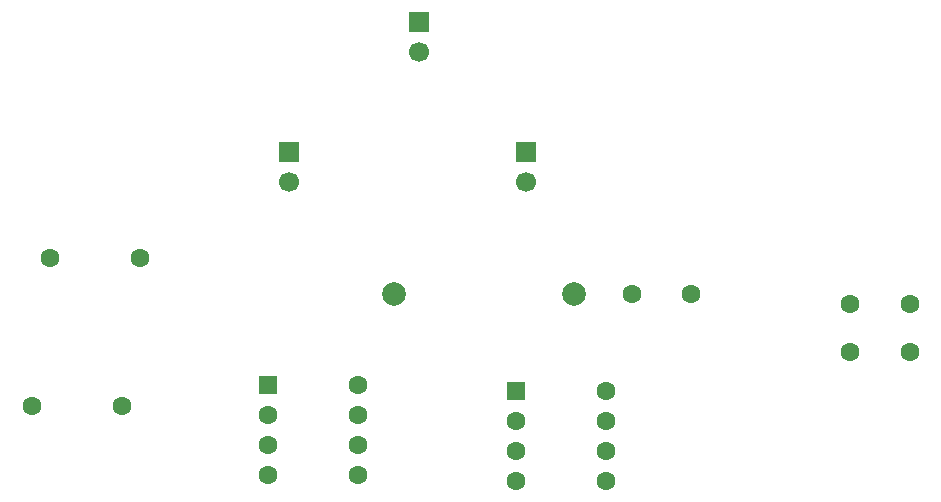
<source format=gbr>
%TF.GenerationSoftware,KiCad,Pcbnew,9.0.3-9.0.3-0~ubuntu24.04.1*%
%TF.CreationDate,2025-12-18T18:23:41+05:30*%
%TF.ProjectId,Class_D_Amp_Discrete,436c6173-735f-4445-9f41-6d705f446973,rev?*%
%TF.SameCoordinates,Original*%
%TF.FileFunction,Soldermask,Bot*%
%TF.FilePolarity,Negative*%
%FSLAX46Y46*%
G04 Gerber Fmt 4.6, Leading zero omitted, Abs format (unit mm)*
G04 Created by KiCad (PCBNEW 9.0.3-9.0.3-0~ubuntu24.04.1) date 2025-12-18 18:23:41*
%MOMM*%
%LPD*%
G01*
G04 APERTURE LIST*
G04 Aperture macros list*
%AMRoundRect*
0 Rectangle with rounded corners*
0 $1 Rounding radius*
0 $2 $3 $4 $5 $6 $7 $8 $9 X,Y pos of 4 corners*
0 Add a 4 corners polygon primitive as box body*
4,1,4,$2,$3,$4,$5,$6,$7,$8,$9,$2,$3,0*
0 Add four circle primitives for the rounded corners*
1,1,$1+$1,$2,$3*
1,1,$1+$1,$4,$5*
1,1,$1+$1,$6,$7*
1,1,$1+$1,$8,$9*
0 Add four rect primitives between the rounded corners*
20,1,$1+$1,$2,$3,$4,$5,0*
20,1,$1+$1,$4,$5,$6,$7,0*
20,1,$1+$1,$6,$7,$8,$9,0*
20,1,$1+$1,$8,$9,$2,$3,0*%
G04 Aperture macros list end*
%ADD10C,1.600000*%
%ADD11RoundRect,0.250000X-0.550000X-0.550000X0.550000X-0.550000X0.550000X0.550000X-0.550000X0.550000X0*%
%ADD12C,1.700000*%
%ADD13R,1.700000X1.700000*%
%ADD14C,2.000000*%
G04 APERTURE END LIST*
D10*
%TO.C,R2*%
X131690000Y-99500000D03*
X139310000Y-99500000D03*
%TD*%
%TO.C,R1*%
X133190000Y-87000000D03*
X140810000Y-87000000D03*
%TD*%
D11*
%TO.C,U1*%
X151695000Y-97690000D03*
D10*
X151695000Y-100230000D03*
X151695000Y-102770000D03*
X151695000Y-105310000D03*
X159315000Y-105310000D03*
X159315000Y-102770000D03*
X159315000Y-100230000D03*
X159315000Y-97690000D03*
%TD*%
%TO.C,U2*%
X180315000Y-98190000D03*
X180315000Y-100730000D03*
X180315000Y-103270000D03*
X180315000Y-105810000D03*
X172695000Y-105810000D03*
X172695000Y-103270000D03*
X172695000Y-100730000D03*
D11*
X172695000Y-98190000D03*
%TD*%
D10*
%TO.C,C2*%
X201000000Y-94950000D03*
X206000000Y-94950000D03*
%TD*%
D12*
%TO.C,J3*%
X173500000Y-80540000D03*
D13*
X173500000Y-78000000D03*
%TD*%
D12*
%TO.C,J2*%
X153500000Y-80540000D03*
D13*
X153500000Y-78000000D03*
%TD*%
D12*
%TO.C,J1*%
X164500000Y-69540000D03*
D13*
X164500000Y-67000000D03*
%TD*%
D14*
%TO.C,L1*%
X177615000Y-90000000D03*
X162375000Y-90000000D03*
%TD*%
D10*
%TO.C,C3*%
X187500000Y-90000000D03*
X182500000Y-90000000D03*
%TD*%
%TO.C,C1*%
X206000000Y-90900000D03*
X201000000Y-90900000D03*
%TD*%
M02*

</source>
